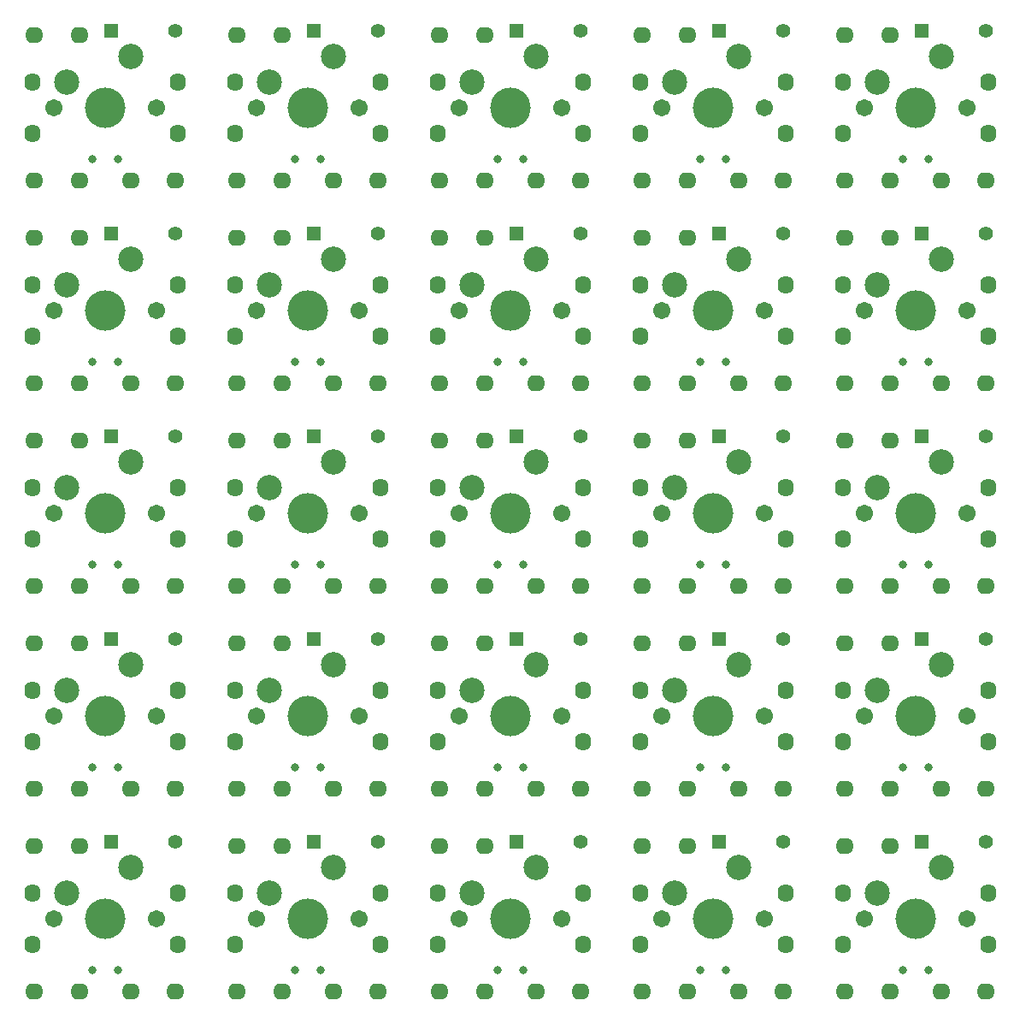
<source format=gbs>
G04 #@! TF.FileFunction,Soldermask,Bot*
%FSLAX46Y46*%
G04 Gerber Fmt 4.6, Leading zero omitted, Abs format (unit mm)*
G04 Created by KiCad (PCBNEW 4.0.2-stable) date 2016/07/17 14:51:38*
%MOMM*%
G01*
G04 APERTURE LIST*
%ADD10C,0.100000*%
%ADD11C,1.710000*%
%ADD12C,2.500000*%
%ADD13C,4.000000*%
%ADD14C,0.800000*%
%ADD15O,1.600000X1.800000*%
%ADD16O,1.800000X1.600000*%
%ADD17C,1.400000*%
%ADD18R,1.400000X1.400000*%
G04 APERTURE END LIST*
D10*
D11*
X113665000Y-144399000D03*
D12*
X111125000Y-139319000D03*
D13*
X108585000Y-144399000D03*
D12*
X104775000Y-141859000D03*
D11*
X103505000Y-144399000D03*
D14*
X109855000Y-149479000D03*
X107315000Y-149479000D03*
D15*
X101400000Y-146939000D03*
X101400000Y-141859000D03*
X115770000Y-141859000D03*
X115770000Y-146939000D03*
D16*
X111125000Y-151584000D03*
X115570000Y-151584000D03*
X101600000Y-151584000D03*
X106045000Y-151584000D03*
X101600000Y-137214000D03*
X106045000Y-137214000D03*
D17*
X115570000Y-136779000D03*
D18*
X109220000Y-136779000D03*
D17*
X135636000Y-136779000D03*
D18*
X129286000Y-136779000D03*
D16*
X126111000Y-137214000D03*
X121666000Y-137214000D03*
X126111000Y-151584000D03*
X121666000Y-151584000D03*
X135636000Y-151584000D03*
X131191000Y-151584000D03*
D15*
X135836000Y-146939000D03*
X135836000Y-141859000D03*
X121466000Y-141859000D03*
X121466000Y-146939000D03*
D11*
X133731000Y-144399000D03*
D12*
X131191000Y-139319000D03*
D13*
X128651000Y-144399000D03*
D12*
X124841000Y-141859000D03*
D11*
X123571000Y-144399000D03*
D14*
X129921000Y-149479000D03*
X127381000Y-149479000D03*
D11*
X173863000Y-144399000D03*
D12*
X171323000Y-139319000D03*
D13*
X168783000Y-144399000D03*
D12*
X164973000Y-141859000D03*
D11*
X163703000Y-144399000D03*
D14*
X170053000Y-149479000D03*
X167513000Y-149479000D03*
D15*
X161598000Y-146939000D03*
X161598000Y-141859000D03*
X175968000Y-141859000D03*
X175968000Y-146939000D03*
D16*
X171323000Y-151584000D03*
X175768000Y-151584000D03*
X161798000Y-151584000D03*
X166243000Y-151584000D03*
X161798000Y-137214000D03*
X166243000Y-137214000D03*
D17*
X175768000Y-136779000D03*
D18*
X169418000Y-136779000D03*
D17*
X155702000Y-136779000D03*
D18*
X149352000Y-136779000D03*
D16*
X146177000Y-137214000D03*
X141732000Y-137214000D03*
X146177000Y-151584000D03*
X141732000Y-151584000D03*
X155702000Y-151584000D03*
X151257000Y-151584000D03*
D15*
X155902000Y-146939000D03*
X155902000Y-141859000D03*
X141532000Y-141859000D03*
X141532000Y-146939000D03*
D11*
X153797000Y-144399000D03*
D12*
X151257000Y-139319000D03*
D13*
X148717000Y-144399000D03*
D12*
X144907000Y-141859000D03*
D11*
X143637000Y-144399000D03*
D14*
X149987000Y-149479000D03*
X147447000Y-149479000D03*
D17*
X195834000Y-136779000D03*
D18*
X189484000Y-136779000D03*
D16*
X186309000Y-137214000D03*
X181864000Y-137214000D03*
X186309000Y-151584000D03*
X181864000Y-151584000D03*
X195834000Y-151584000D03*
X191389000Y-151584000D03*
D15*
X196034000Y-146939000D03*
X196034000Y-141859000D03*
X181664000Y-141859000D03*
X181664000Y-146939000D03*
D11*
X193929000Y-144399000D03*
D12*
X191389000Y-139319000D03*
D13*
X188849000Y-144399000D03*
D12*
X185039000Y-141859000D03*
D11*
X183769000Y-144399000D03*
D14*
X190119000Y-149479000D03*
X187579000Y-149479000D03*
D11*
X113665000Y-104267000D03*
D12*
X111125000Y-99187000D03*
D13*
X108585000Y-104267000D03*
D12*
X104775000Y-101727000D03*
D11*
X103505000Y-104267000D03*
D14*
X109855000Y-109347000D03*
X107315000Y-109347000D03*
D15*
X101400000Y-106807000D03*
X101400000Y-101727000D03*
X115770000Y-101727000D03*
X115770000Y-106807000D03*
D16*
X111125000Y-111452000D03*
X115570000Y-111452000D03*
X101600000Y-111452000D03*
X106045000Y-111452000D03*
X101600000Y-97082000D03*
X106045000Y-97082000D03*
D17*
X115570000Y-96647000D03*
D18*
X109220000Y-96647000D03*
D17*
X135636000Y-96647000D03*
D18*
X129286000Y-96647000D03*
D16*
X126111000Y-97082000D03*
X121666000Y-97082000D03*
X126111000Y-111452000D03*
X121666000Y-111452000D03*
X135636000Y-111452000D03*
X131191000Y-111452000D03*
D15*
X135836000Y-106807000D03*
X135836000Y-101727000D03*
X121466000Y-101727000D03*
X121466000Y-106807000D03*
D11*
X133731000Y-104267000D03*
D12*
X131191000Y-99187000D03*
D13*
X128651000Y-104267000D03*
D12*
X124841000Y-101727000D03*
D11*
X123571000Y-104267000D03*
D14*
X129921000Y-109347000D03*
X127381000Y-109347000D03*
D11*
X173863000Y-104267000D03*
D12*
X171323000Y-99187000D03*
D13*
X168783000Y-104267000D03*
D12*
X164973000Y-101727000D03*
D11*
X163703000Y-104267000D03*
D14*
X170053000Y-109347000D03*
X167513000Y-109347000D03*
D15*
X161598000Y-106807000D03*
X161598000Y-101727000D03*
X175968000Y-101727000D03*
X175968000Y-106807000D03*
D16*
X171323000Y-111452000D03*
X175768000Y-111452000D03*
X161798000Y-111452000D03*
X166243000Y-111452000D03*
X161798000Y-97082000D03*
X166243000Y-97082000D03*
D17*
X175768000Y-96647000D03*
D18*
X169418000Y-96647000D03*
D17*
X155702000Y-96647000D03*
D18*
X149352000Y-96647000D03*
D16*
X146177000Y-97082000D03*
X141732000Y-97082000D03*
X146177000Y-111452000D03*
X141732000Y-111452000D03*
X155702000Y-111452000D03*
X151257000Y-111452000D03*
D15*
X155902000Y-106807000D03*
X155902000Y-101727000D03*
X141532000Y-101727000D03*
X141532000Y-106807000D03*
D11*
X153797000Y-104267000D03*
D12*
X151257000Y-99187000D03*
D13*
X148717000Y-104267000D03*
D12*
X144907000Y-101727000D03*
D11*
X143637000Y-104267000D03*
D14*
X149987000Y-109347000D03*
X147447000Y-109347000D03*
D17*
X195834000Y-96647000D03*
D18*
X189484000Y-96647000D03*
D16*
X186309000Y-97082000D03*
X181864000Y-97082000D03*
X186309000Y-111452000D03*
X181864000Y-111452000D03*
X195834000Y-111452000D03*
X191389000Y-111452000D03*
D15*
X196034000Y-106807000D03*
X196034000Y-101727000D03*
X181664000Y-101727000D03*
X181664000Y-106807000D03*
D11*
X193929000Y-104267000D03*
D12*
X191389000Y-99187000D03*
D13*
X188849000Y-104267000D03*
D12*
X185039000Y-101727000D03*
D11*
X183769000Y-104267000D03*
D14*
X190119000Y-109347000D03*
X187579000Y-109347000D03*
D11*
X193929000Y-124333000D03*
D12*
X191389000Y-119253000D03*
D13*
X188849000Y-124333000D03*
D12*
X185039000Y-121793000D03*
D11*
X183769000Y-124333000D03*
D14*
X190119000Y-129413000D03*
X187579000Y-129413000D03*
D15*
X181664000Y-126873000D03*
X181664000Y-121793000D03*
X196034000Y-121793000D03*
X196034000Y-126873000D03*
D16*
X191389000Y-131518000D03*
X195834000Y-131518000D03*
X181864000Y-131518000D03*
X186309000Y-131518000D03*
X181864000Y-117148000D03*
X186309000Y-117148000D03*
D17*
X195834000Y-116713000D03*
D18*
X189484000Y-116713000D03*
D11*
X153797000Y-124333000D03*
D12*
X151257000Y-119253000D03*
D13*
X148717000Y-124333000D03*
D12*
X144907000Y-121793000D03*
D11*
X143637000Y-124333000D03*
D14*
X149987000Y-129413000D03*
X147447000Y-129413000D03*
D15*
X141532000Y-126873000D03*
X141532000Y-121793000D03*
X155902000Y-121793000D03*
X155902000Y-126873000D03*
D16*
X151257000Y-131518000D03*
X155702000Y-131518000D03*
X141732000Y-131518000D03*
X146177000Y-131518000D03*
X141732000Y-117148000D03*
X146177000Y-117148000D03*
D17*
X155702000Y-116713000D03*
D18*
X149352000Y-116713000D03*
D17*
X175768000Y-116713000D03*
D18*
X169418000Y-116713000D03*
D16*
X166243000Y-117148000D03*
X161798000Y-117148000D03*
X166243000Y-131518000D03*
X161798000Y-131518000D03*
X175768000Y-131518000D03*
X171323000Y-131518000D03*
D15*
X175968000Y-126873000D03*
X175968000Y-121793000D03*
X161598000Y-121793000D03*
X161598000Y-126873000D03*
D11*
X173863000Y-124333000D03*
D12*
X171323000Y-119253000D03*
D13*
X168783000Y-124333000D03*
D12*
X164973000Y-121793000D03*
D11*
X163703000Y-124333000D03*
D14*
X170053000Y-129413000D03*
X167513000Y-129413000D03*
D11*
X133731000Y-124333000D03*
D12*
X131191000Y-119253000D03*
D13*
X128651000Y-124333000D03*
D12*
X124841000Y-121793000D03*
D11*
X123571000Y-124333000D03*
D14*
X129921000Y-129413000D03*
X127381000Y-129413000D03*
D15*
X121466000Y-126873000D03*
X121466000Y-121793000D03*
X135836000Y-121793000D03*
X135836000Y-126873000D03*
D16*
X131191000Y-131518000D03*
X135636000Y-131518000D03*
X121666000Y-131518000D03*
X126111000Y-131518000D03*
X121666000Y-117148000D03*
X126111000Y-117148000D03*
D17*
X135636000Y-116713000D03*
D18*
X129286000Y-116713000D03*
D17*
X115570000Y-116713000D03*
D18*
X109220000Y-116713000D03*
D16*
X106045000Y-117148000D03*
X101600000Y-117148000D03*
X106045000Y-131518000D03*
X101600000Y-131518000D03*
X115570000Y-131518000D03*
X111125000Y-131518000D03*
D15*
X115770000Y-126873000D03*
X115770000Y-121793000D03*
X101400000Y-121793000D03*
X101400000Y-126873000D03*
D11*
X113665000Y-124333000D03*
D12*
X111125000Y-119253000D03*
D13*
X108585000Y-124333000D03*
D12*
X104775000Y-121793000D03*
D11*
X103505000Y-124333000D03*
D14*
X109855000Y-129413000D03*
X107315000Y-129413000D03*
D11*
X113665000Y-84201000D03*
D12*
X111125000Y-79121000D03*
D13*
X108585000Y-84201000D03*
D12*
X104775000Y-81661000D03*
D11*
X103505000Y-84201000D03*
D14*
X109855000Y-89281000D03*
X107315000Y-89281000D03*
D15*
X101400000Y-86741000D03*
X101400000Y-81661000D03*
X115770000Y-81661000D03*
X115770000Y-86741000D03*
D16*
X111125000Y-91386000D03*
X115570000Y-91386000D03*
X101600000Y-91386000D03*
X106045000Y-91386000D03*
X101600000Y-77016000D03*
X106045000Y-77016000D03*
D17*
X115570000Y-76581000D03*
D18*
X109220000Y-76581000D03*
D17*
X135636000Y-76581000D03*
D18*
X129286000Y-76581000D03*
D16*
X126111000Y-77016000D03*
X121666000Y-77016000D03*
X126111000Y-91386000D03*
X121666000Y-91386000D03*
X135636000Y-91386000D03*
X131191000Y-91386000D03*
D15*
X135836000Y-86741000D03*
X135836000Y-81661000D03*
X121466000Y-81661000D03*
X121466000Y-86741000D03*
D11*
X133731000Y-84201000D03*
D12*
X131191000Y-79121000D03*
D13*
X128651000Y-84201000D03*
D12*
X124841000Y-81661000D03*
D11*
X123571000Y-84201000D03*
D14*
X129921000Y-89281000D03*
X127381000Y-89281000D03*
D11*
X173863000Y-84201000D03*
D12*
X171323000Y-79121000D03*
D13*
X168783000Y-84201000D03*
D12*
X164973000Y-81661000D03*
D11*
X163703000Y-84201000D03*
D14*
X170053000Y-89281000D03*
X167513000Y-89281000D03*
D15*
X161598000Y-86741000D03*
X161598000Y-81661000D03*
X175968000Y-81661000D03*
X175968000Y-86741000D03*
D16*
X171323000Y-91386000D03*
X175768000Y-91386000D03*
X161798000Y-91386000D03*
X166243000Y-91386000D03*
X161798000Y-77016000D03*
X166243000Y-77016000D03*
D17*
X175768000Y-76581000D03*
D18*
X169418000Y-76581000D03*
D17*
X155702000Y-76581000D03*
D18*
X149352000Y-76581000D03*
D16*
X146177000Y-77016000D03*
X141732000Y-77016000D03*
X146177000Y-91386000D03*
X141732000Y-91386000D03*
X155702000Y-91386000D03*
X151257000Y-91386000D03*
D15*
X155902000Y-86741000D03*
X155902000Y-81661000D03*
X141532000Y-81661000D03*
X141532000Y-86741000D03*
D11*
X153797000Y-84201000D03*
D12*
X151257000Y-79121000D03*
D13*
X148717000Y-84201000D03*
D12*
X144907000Y-81661000D03*
D11*
X143637000Y-84201000D03*
D14*
X149987000Y-89281000D03*
X147447000Y-89281000D03*
D17*
X195834000Y-76581000D03*
D18*
X189484000Y-76581000D03*
D16*
X186309000Y-77016000D03*
X181864000Y-77016000D03*
X186309000Y-91386000D03*
X181864000Y-91386000D03*
X195834000Y-91386000D03*
X191389000Y-91386000D03*
D15*
X196034000Y-86741000D03*
X196034000Y-81661000D03*
X181664000Y-81661000D03*
X181664000Y-86741000D03*
D11*
X193929000Y-84201000D03*
D12*
X191389000Y-79121000D03*
D13*
X188849000Y-84201000D03*
D12*
X185039000Y-81661000D03*
D11*
X183769000Y-84201000D03*
D14*
X190119000Y-89281000D03*
X187579000Y-89281000D03*
D11*
X193929000Y-64135000D03*
D12*
X191389000Y-59055000D03*
D13*
X188849000Y-64135000D03*
D12*
X185039000Y-61595000D03*
D11*
X183769000Y-64135000D03*
D14*
X190119000Y-69215000D03*
X187579000Y-69215000D03*
D15*
X181664000Y-66675000D03*
X181664000Y-61595000D03*
X196034000Y-61595000D03*
X196034000Y-66675000D03*
D16*
X191389000Y-71320000D03*
X195834000Y-71320000D03*
X181864000Y-71320000D03*
X186309000Y-71320000D03*
X181864000Y-56950000D03*
X186309000Y-56950000D03*
D17*
X195834000Y-56515000D03*
D18*
X189484000Y-56515000D03*
D11*
X153797000Y-64135000D03*
D12*
X151257000Y-59055000D03*
D13*
X148717000Y-64135000D03*
D12*
X144907000Y-61595000D03*
D11*
X143637000Y-64135000D03*
D14*
X149987000Y-69215000D03*
X147447000Y-69215000D03*
D15*
X141532000Y-66675000D03*
X141532000Y-61595000D03*
X155902000Y-61595000D03*
X155902000Y-66675000D03*
D16*
X151257000Y-71320000D03*
X155702000Y-71320000D03*
X141732000Y-71320000D03*
X146177000Y-71320000D03*
X141732000Y-56950000D03*
X146177000Y-56950000D03*
D17*
X155702000Y-56515000D03*
D18*
X149352000Y-56515000D03*
D17*
X175768000Y-56515000D03*
D18*
X169418000Y-56515000D03*
D16*
X166243000Y-56950000D03*
X161798000Y-56950000D03*
X166243000Y-71320000D03*
X161798000Y-71320000D03*
X175768000Y-71320000D03*
X171323000Y-71320000D03*
D15*
X175968000Y-66675000D03*
X175968000Y-61595000D03*
X161598000Y-61595000D03*
X161598000Y-66675000D03*
D11*
X173863000Y-64135000D03*
D12*
X171323000Y-59055000D03*
D13*
X168783000Y-64135000D03*
D12*
X164973000Y-61595000D03*
D11*
X163703000Y-64135000D03*
D14*
X170053000Y-69215000D03*
X167513000Y-69215000D03*
D11*
X133731000Y-64135000D03*
D12*
X131191000Y-59055000D03*
D13*
X128651000Y-64135000D03*
D12*
X124841000Y-61595000D03*
D11*
X123571000Y-64135000D03*
D14*
X129921000Y-69215000D03*
X127381000Y-69215000D03*
D15*
X121466000Y-66675000D03*
X121466000Y-61595000D03*
X135836000Y-61595000D03*
X135836000Y-66675000D03*
D16*
X131191000Y-71320000D03*
X135636000Y-71320000D03*
X121666000Y-71320000D03*
X126111000Y-71320000D03*
X121666000Y-56950000D03*
X126111000Y-56950000D03*
D17*
X135636000Y-56515000D03*
D18*
X129286000Y-56515000D03*
D17*
X115570000Y-56515000D03*
D18*
X109220000Y-56515000D03*
D16*
X106045000Y-56950000D03*
X101600000Y-56950000D03*
X106045000Y-71320000D03*
X101600000Y-71320000D03*
X115570000Y-71320000D03*
X111125000Y-71320000D03*
D15*
X115770000Y-66675000D03*
X115770000Y-61595000D03*
X101400000Y-61595000D03*
X101400000Y-66675000D03*
D11*
X113665000Y-64135000D03*
D12*
X111125000Y-59055000D03*
D13*
X108585000Y-64135000D03*
D12*
X104775000Y-61595000D03*
D11*
X103505000Y-64135000D03*
D14*
X109855000Y-69215000D03*
X107315000Y-69215000D03*
M02*

</source>
